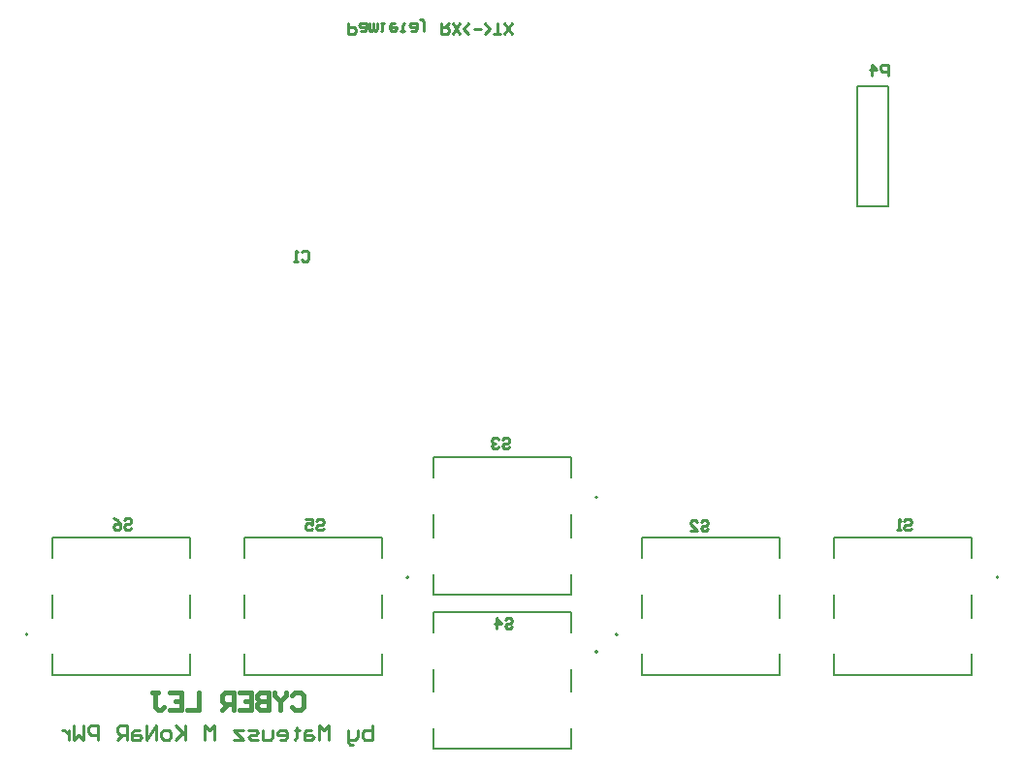
<source format=gbo>
G04*
G04 #@! TF.GenerationSoftware,Altium Limited,Altium Designer,23.10.1 (27)*
G04*
G04 Layer_Color=32896*
%FSLAX44Y44*%
%MOMM*%
G71*
G04*
G04 #@! TF.SameCoordinates,312DE8FD-0999-4980-B1F4-3DF31CF03A3F*
G04*
G04*
G04 #@! TF.FilePolarity,Positive*
G04*
G01*
G75*
%ADD11C,0.2000*%
%ADD12C,0.2540*%
%ADD13C,0.1270*%
%ADD63C,0.3810*%
D11*
X1499750Y655000D02*
G03*
X1499750Y655000I-1000J0D01*
G01*
X1167250Y605000D02*
G03*
X1167250Y605000I-1000J0D01*
G01*
X1149750Y590000D02*
G03*
X1149750Y590000I-1000J0D01*
G01*
Y725000D02*
G03*
X1149750Y725000I-1000J0D01*
G01*
X984750Y655000D02*
G03*
X984750Y655000I-1000J0D01*
G01*
X652250Y605000D02*
G03*
X652250Y605000I-1000J0D01*
G01*
X1376550Y979600D02*
Y1084200D01*
Y979600D02*
X1403450D01*
Y1084200D01*
X1376550D02*
X1403450D01*
D12*
X1417318Y704138D02*
X1418884Y705704D01*
X1422015D01*
X1423581Y704138D01*
Y702572D01*
X1422015Y701006D01*
X1418884D01*
X1417318Y699440D01*
Y697874D01*
X1418884Y696309D01*
X1422015D01*
X1423581Y697874D01*
X1414186Y696309D02*
X1411055D01*
X1412620D01*
Y705704D01*
X1414186Y704138D01*
X952658Y525633D02*
Y512937D01*
X946310D01*
X944194Y515053D01*
Y517169D01*
Y519285D01*
X946310Y521401D01*
X952658D01*
X939962D02*
Y515053D01*
X937846Y512937D01*
X931498D01*
Y510821D01*
X933614Y508705D01*
X935730D01*
X931498Y512937D02*
Y521401D01*
X914570Y512937D02*
Y525633D01*
X910339Y521401D01*
X906107Y525633D01*
Y512937D01*
X899759Y521401D02*
X895527D01*
X893411Y519285D01*
Y512937D01*
X899759D01*
X901875Y515053D01*
X899759Y517169D01*
X893411D01*
X887063Y523517D02*
Y521401D01*
X889179D01*
X884947D01*
X887063D01*
Y515053D01*
X884947Y512937D01*
X872251D02*
X876483D01*
X878599Y515053D01*
Y519285D01*
X876483Y521401D01*
X872251D01*
X870135Y519285D01*
Y517169D01*
X878599D01*
X865903Y521401D02*
Y515053D01*
X863787Y512937D01*
X857439D01*
Y521401D01*
X853207Y512937D02*
X846859D01*
X844743Y515053D01*
X846859Y517169D01*
X851091D01*
X853207Y519285D01*
X851091Y521401D01*
X844743D01*
X840511D02*
X832047D01*
X840511Y512937D01*
X832047D01*
X815119D02*
Y525633D01*
X810888Y521401D01*
X806656Y525633D01*
Y512937D01*
X789728Y525633D02*
Y512937D01*
Y517169D01*
X781264Y525633D01*
X787612Y519285D01*
X781264Y512937D01*
X774916D02*
X770684D01*
X768568Y515053D01*
Y519285D01*
X770684Y521401D01*
X774916D01*
X777032Y519285D01*
Y515053D01*
X774916Y512937D01*
X764336D02*
Y525633D01*
X755872Y512937D01*
Y525633D01*
X749524Y521401D02*
X745292D01*
X743176Y519285D01*
Y512937D01*
X749524D01*
X751640Y515053D01*
X749524Y517169D01*
X743176D01*
X738944Y512937D02*
Y525633D01*
X732596D01*
X730480Y523517D01*
Y519285D01*
X732596Y517169D01*
X738944D01*
X734712D02*
X730480Y512937D01*
X713552D02*
Y525633D01*
X707204D01*
X705088Y523517D01*
Y519285D01*
X707204Y517169D01*
X713552D01*
X700856Y525633D02*
Y512937D01*
X696625Y517169D01*
X692393Y512937D01*
Y525633D01*
X688161Y521401D02*
Y512937D01*
Y517169D01*
X686045Y519285D01*
X683929Y521401D01*
X681813D01*
X932155Y1139296D02*
Y1129901D01*
X936853D01*
X938419Y1131467D01*
Y1134599D01*
X936853Y1136164D01*
X932155D01*
X943116Y1133033D02*
X946248D01*
X947813Y1134599D01*
Y1139296D01*
X943116D01*
X941550Y1137730D01*
X943116Y1136164D01*
X947813D01*
X950945Y1139296D02*
Y1133033D01*
X952511D01*
X954077Y1134599D01*
Y1139296D01*
Y1134599D01*
X955643Y1133033D01*
X957208Y1134599D01*
Y1139296D01*
X960340D02*
X963472D01*
X961906D01*
Y1133033D01*
X960340D01*
X972867Y1139296D02*
X969735D01*
X968169Y1137730D01*
Y1134599D01*
X969735Y1133033D01*
X972867D01*
X974433Y1134599D01*
Y1136164D01*
X968169D01*
X979130Y1131467D02*
Y1133033D01*
X977564D01*
X980696D01*
X979130D01*
Y1137730D01*
X980696Y1139296D01*
X986959Y1133033D02*
X990091D01*
X991657Y1134599D01*
Y1139296D01*
X986959D01*
X985393Y1137730D01*
X986959Y1136164D01*
X991657D01*
X994788Y1142428D02*
X996354D01*
X997920Y1140862D01*
Y1133033D01*
X1013578Y1139296D02*
Y1129901D01*
X1018276D01*
X1019842Y1131467D01*
Y1134599D01*
X1018276Y1136164D01*
X1013578D01*
X1016710D02*
X1019842Y1139296D01*
X1022973Y1129901D02*
X1029236Y1139296D01*
Y1129901D02*
X1022973Y1139296D01*
X1037066D02*
X1032368Y1134599D01*
X1037066Y1129901D01*
X1041763Y1134599D02*
X1048026D01*
X1051158Y1139296D02*
X1055855Y1134599D01*
X1051158Y1129901D01*
X1058987D02*
X1065250D01*
X1062119D01*
Y1139296D01*
X1068382Y1129901D02*
X1074645Y1139296D01*
Y1129901D02*
X1068382Y1139296D01*
X736379Y704885D02*
X737945Y706450D01*
X741077D01*
X742643Y704885D01*
Y703319D01*
X741077Y701753D01*
X737945D01*
X736379Y700187D01*
Y698621D01*
X737945Y697056D01*
X741077D01*
X742643Y698621D01*
X726984Y706450D02*
X730116Y704885D01*
X733248Y701753D01*
Y698621D01*
X731682Y697056D01*
X728550D01*
X726984Y698621D01*
Y700187D01*
X728550Y701753D01*
X733248D01*
X904087Y704121D02*
X905653Y705687D01*
X908785D01*
X910351Y704121D01*
Y702556D01*
X908785Y700990D01*
X905653D01*
X904087Y699424D01*
Y697858D01*
X905653Y696292D01*
X908785D01*
X910351Y697858D01*
X894692Y705687D02*
X900956D01*
Y700990D01*
X897824Y702556D01*
X896258D01*
X894692Y700990D01*
Y697858D01*
X896258Y696292D01*
X899390D01*
X900956Y697858D01*
X1068911Y617952D02*
X1070477Y619518D01*
X1073608D01*
X1075174Y617952D01*
Y616386D01*
X1073608Y614820D01*
X1070477D01*
X1068911Y613254D01*
Y611688D01*
X1070477Y610123D01*
X1073608D01*
X1075174Y611688D01*
X1061082Y610123D02*
Y619518D01*
X1065779Y614820D01*
X1059516D01*
X1066587Y775411D02*
X1068152Y776976D01*
X1071284D01*
X1072850Y775411D01*
Y773845D01*
X1071284Y772279D01*
X1068152D01*
X1066587Y770713D01*
Y769147D01*
X1068152Y767581D01*
X1071284D01*
X1072850Y769147D01*
X1063455Y775411D02*
X1061889Y776976D01*
X1058757D01*
X1057192Y775411D01*
Y773845D01*
X1058757Y772279D01*
X1060323D01*
X1058757D01*
X1057192Y770713D01*
Y769147D01*
X1058757Y767581D01*
X1061889D01*
X1063455Y769147D01*
X1239927Y703363D02*
X1241493Y704929D01*
X1244624D01*
X1246190Y703363D01*
Y701797D01*
X1244624Y700231D01*
X1241493D01*
X1239927Y698665D01*
Y697100D01*
X1241493Y695534D01*
X1244624D01*
X1246190Y697100D01*
X1230532Y695534D02*
X1236795D01*
X1230532Y701797D01*
Y703363D01*
X1232098Y704929D01*
X1235229D01*
X1236795Y703363D01*
X1403096Y1093978D02*
Y1103373D01*
X1398398D01*
X1396833Y1101807D01*
Y1098676D01*
X1398398Y1097110D01*
X1403096D01*
X1389004Y1093978D02*
Y1103373D01*
X1393701Y1098676D01*
X1387438D01*
X891119Y939247D02*
X892684Y940813D01*
X895816D01*
X897382Y939247D01*
Y932984D01*
X895816Y931418D01*
X892684D01*
X891119Y932984D01*
X887987Y931418D02*
X884855D01*
X886421D01*
Y940813D01*
X887987Y939247D01*
D13*
X1476500Y620000D02*
Y640000D01*
Y570000D02*
Y588000D01*
Y672000D02*
Y690000D01*
X1356500Y620000D02*
Y640000D01*
Y570000D02*
Y588000D01*
Y672000D02*
Y690000D01*
X1476500D01*
X1356500Y570000D02*
X1476500D01*
X1188500Y690000D02*
X1308500D01*
X1188500Y570000D02*
X1308500D01*
Y588000D01*
Y672000D02*
Y690000D01*
Y620000D02*
Y640000D01*
X1188500Y570000D02*
Y588000D01*
Y672000D02*
Y690000D01*
Y620000D02*
Y640000D01*
X1006500Y505000D02*
X1126500D01*
X1006500Y625000D02*
X1126500D01*
X1006500Y607000D02*
Y625000D01*
Y505000D02*
Y523000D01*
Y555000D02*
Y575000D01*
X1126500Y607000D02*
Y625000D01*
Y505000D02*
Y523000D01*
Y555000D02*
Y575000D01*
X1006500Y640000D02*
X1126500D01*
X1006500Y760000D02*
X1126500D01*
X1006500Y742000D02*
Y760000D01*
Y640000D02*
Y658000D01*
Y690000D02*
Y710000D01*
X1126500Y742000D02*
Y760000D01*
Y640000D02*
Y658000D01*
Y690000D02*
Y710000D01*
X841500Y570000D02*
X961500D01*
X841500Y690000D02*
X961500D01*
X841500Y672000D02*
Y690000D01*
Y570000D02*
Y588000D01*
Y620000D02*
Y640000D01*
X961500Y672000D02*
Y690000D01*
Y570000D02*
Y588000D01*
Y620000D02*
Y640000D01*
X673500Y690000D02*
X793500D01*
X673500Y570000D02*
X793500D01*
Y588000D01*
Y672000D02*
Y690000D01*
Y620000D02*
Y640000D01*
X673500Y570000D02*
Y588000D01*
Y672000D02*
Y690000D01*
Y620000D02*
Y640000D01*
D63*
X882754Y551540D02*
X885293Y554079D01*
X890371D01*
X892910Y551540D01*
Y541383D01*
X890371Y538844D01*
X885293D01*
X882754Y541383D01*
X877675Y554079D02*
Y551540D01*
X872597Y546461D01*
X867518Y551540D01*
Y554079D01*
X872597Y546461D02*
Y538844D01*
X862440Y554079D02*
Y538844D01*
X854823D01*
X852283Y541383D01*
Y543922D01*
X854823Y546461D01*
X862440D01*
X854823D01*
X852283Y549001D01*
Y551540D01*
X854823Y554079D01*
X862440D01*
X837048D02*
X847205D01*
Y538844D01*
X837048D01*
X847205Y546461D02*
X842127D01*
X831970Y538844D02*
Y554079D01*
X824352D01*
X821813Y551540D01*
Y546461D01*
X824352Y543922D01*
X831970D01*
X826892D02*
X821813Y538844D01*
X801500Y554079D02*
Y538844D01*
X791343D01*
X776108Y554079D02*
X786265D01*
Y538844D01*
X776108D01*
X786265Y546461D02*
X781186D01*
X760873Y554079D02*
X765951D01*
X763412D01*
Y541383D01*
X765951Y538844D01*
X768491D01*
X771030Y541383D01*
M02*

</source>
